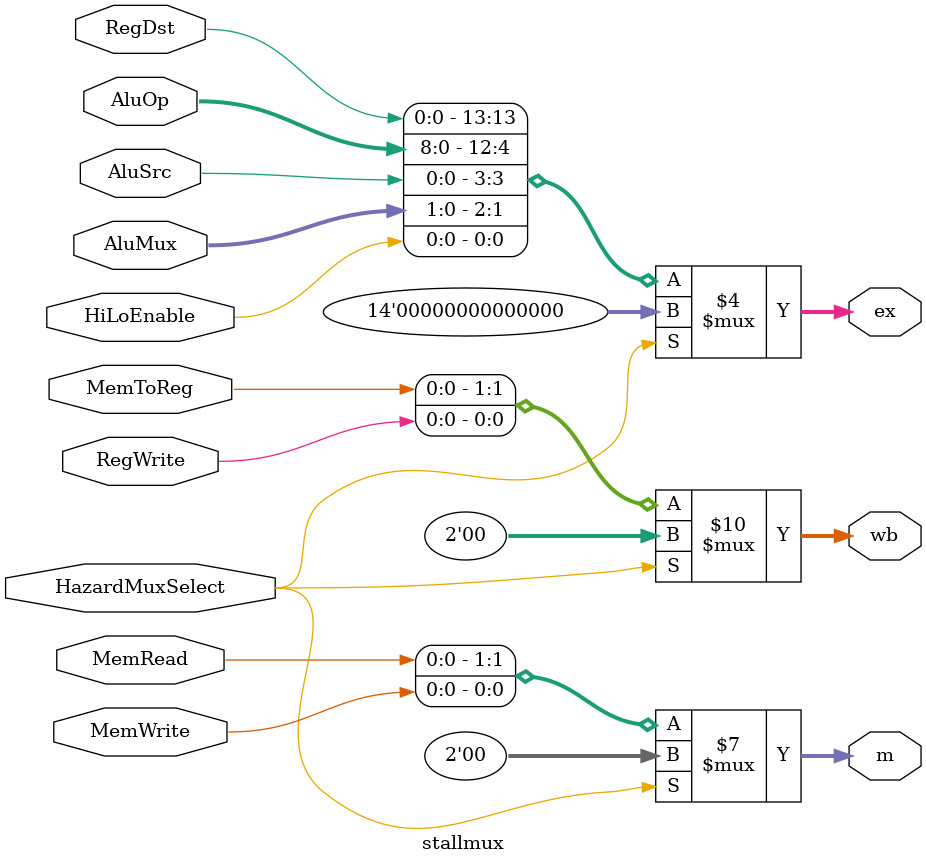
<source format=v>
module stallmux(wb, m, ex, MemToReg, RegWrite,
                MemRead, MemWrite,
                RegDst, AluOp, AluSrc, AluMux, HiLoEnable,
                HazardMuxSelect);
   
   output [1:0] wb;
   output [1:0] m;
   output [13:0] ex;
   reg [1:0]    wb;
   reg [1:0]    m;
   reg [13:0]   ex;
   
   input        MemToReg, RegWrite, MemRead, MemWrite, RegDst, AluSrc, HazardMuxSelect;
   input [1:0]  AluMux;
   input        HiLoEnable;
   input [8:0]  AluOp;
   
   always @(MemToReg or RegWrite or MemRead or MemWrite or RegDst or AluOp or AluSrc or HazardMuxSelect
            or AluMux or HiLoEnable)
     begin
        if(~HazardMuxSelect)
          begin
             wb = {MemToReg, RegWrite};
             m  = {MemRead, MemWrite};
             ex =    {RegDst, AluOp, AluSrc, AluMux, HiLoEnable};
          end
        else
          begin
             wb = 0;
             m  = 0;
             ex = 0;
          end
     end
   
endmodule

</source>
